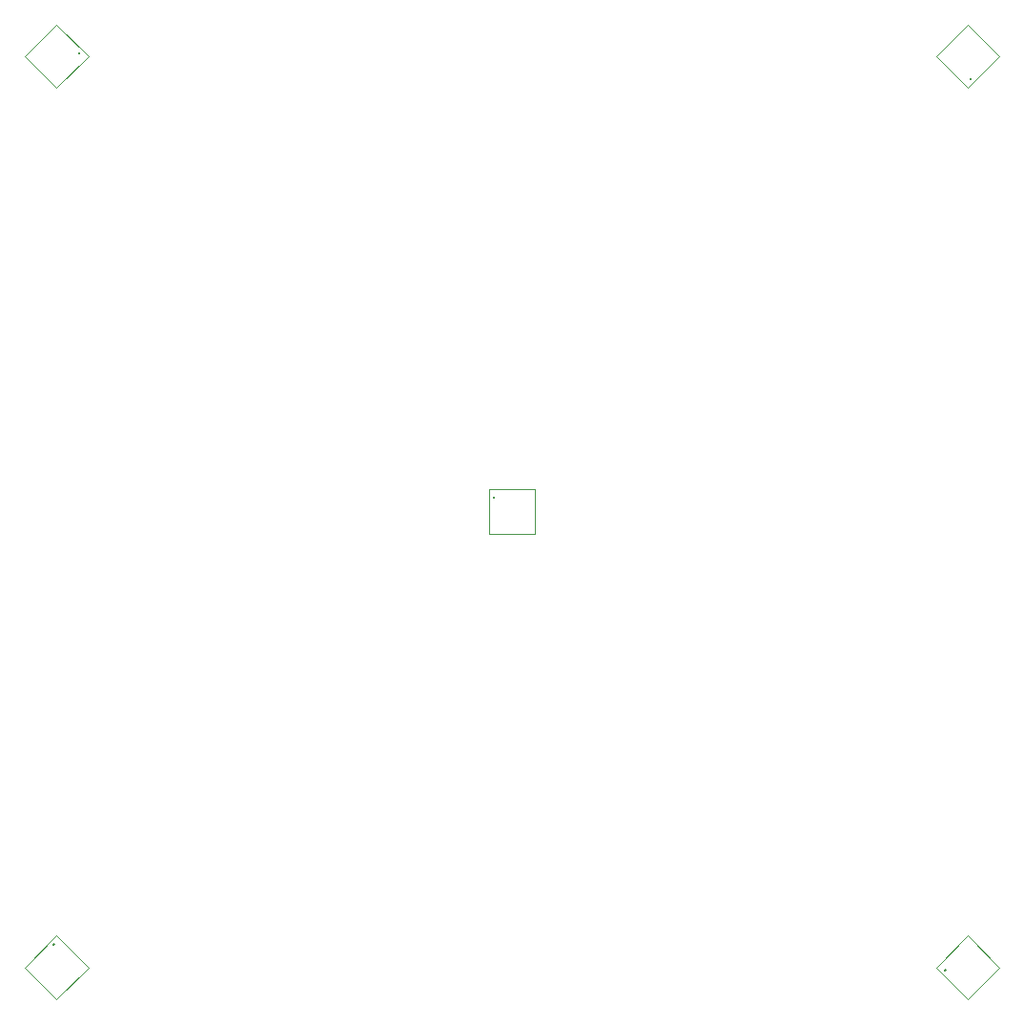
<source format=gbr>
G04*
G04 #@! TF.GenerationSoftware,Altium Limited,Altium Designer,25.0.2 (28)*
G04*
G04 Layer_Color=8388736*
%FSLAX24Y24*%
%MOIN*%
G70*
G04*
G04 #@! TF.SameCoordinates,4B7BC283-7035-4C9F-97D5-5998C8FB6373*
G04*
G04*
G04 #@! TF.FilePolarity,Positive*
G04*
G01*
G75*
%ADD11C,0.0039*%
%ADD100C,0.0020*%
D11*
X24260Y55379D02*
G03*
X24260Y55379I-39J0D01*
G01*
X38764Y39853D02*
G03*
X38764Y39853I-39J0D01*
G01*
X55418Y54488D02*
G03*
X55418Y54488I-39J0D01*
G01*
X54527Y23330D02*
G03*
X54527Y23330I-39J0D01*
G01*
X23369Y24221D02*
G03*
X23369Y24221I-39J0D01*
G01*
D100*
X23428Y56395D02*
X24541Y55281D01*
X22314D02*
X23428Y54168D01*
X24541Y55281D01*
X22314D02*
X23428Y56395D01*
X38567Y38574D02*
Y40149D01*
X40142Y38574D02*
Y40149D01*
X38567D02*
X40142D01*
X38567Y38574D02*
X40142D01*
X55281Y54168D02*
X56395Y55281D01*
X54168D02*
X55281Y56395D01*
X54168Y55281D02*
X55281Y54168D01*
Y56395D02*
X56395Y55281D01*
X54168Y23428D02*
X55281Y22314D01*
Y24541D02*
X56395Y23428D01*
X54168D02*
X55281Y24541D01*
Y22314D02*
X56395Y23428D01*
X22314Y23428D02*
X23428Y22314D01*
Y24541D02*
X24541Y23428D01*
X23428Y22314D02*
X24541Y23428D01*
X22314D02*
X23428Y24541D01*
M02*

</source>
